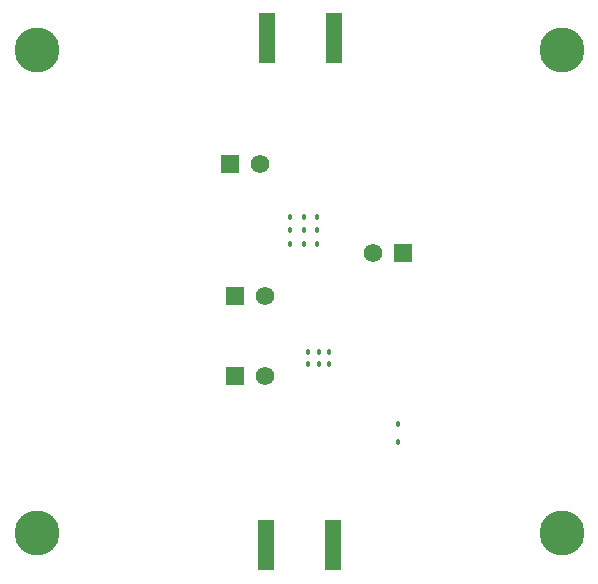
<source format=gbs>
G04*
G04 #@! TF.GenerationSoftware,Altium Limited,Altium Designer,23.8.1 (32)*
G04*
G04 Layer_Color=16711935*
%FSLAX25Y25*%
%MOIN*%
G70*
G04*
G04 #@! TF.SameCoordinates,C2238681-CFA7-4295-91EC-4EAF016C526F*
G04*
G04*
G04 #@! TF.FilePolarity,Negative*
G04*
G01*
G75*
%ADD27R,0.05315X0.16535*%
%ADD49C,0.06181*%
%ADD50R,0.06181X0.06181*%
%ADD51C,0.15000*%
%ADD52C,0.01800*%
D27*
X111122Y8508D02*
D03*
X88878D02*
D03*
X111622Y177492D02*
D03*
X89378D02*
D03*
D49*
X87000Y135500D02*
D03*
X88500Y65000D02*
D03*
X124500Y106000D02*
D03*
X88500Y91500D02*
D03*
D50*
X77000Y135500D02*
D03*
X78500Y65000D02*
D03*
X134500Y106000D02*
D03*
X78500Y91500D02*
D03*
D51*
X187500Y173500D02*
D03*
Y12500D02*
D03*
X12500Y173500D02*
D03*
X12500Y12500D02*
D03*
D52*
X132866Y42921D02*
D03*
Y48921D02*
D03*
X101500Y109000D02*
D03*
Y113500D02*
D03*
Y118000D02*
D03*
X106000Y113500D02*
D03*
X97000D02*
D03*
Y109000D02*
D03*
X106000D02*
D03*
Y118000D02*
D03*
X97000D02*
D03*
X110000Y69000D02*
D03*
X106500D02*
D03*
X103000D02*
D03*
Y73000D02*
D03*
X106500D02*
D03*
X110000D02*
D03*
M02*

</source>
